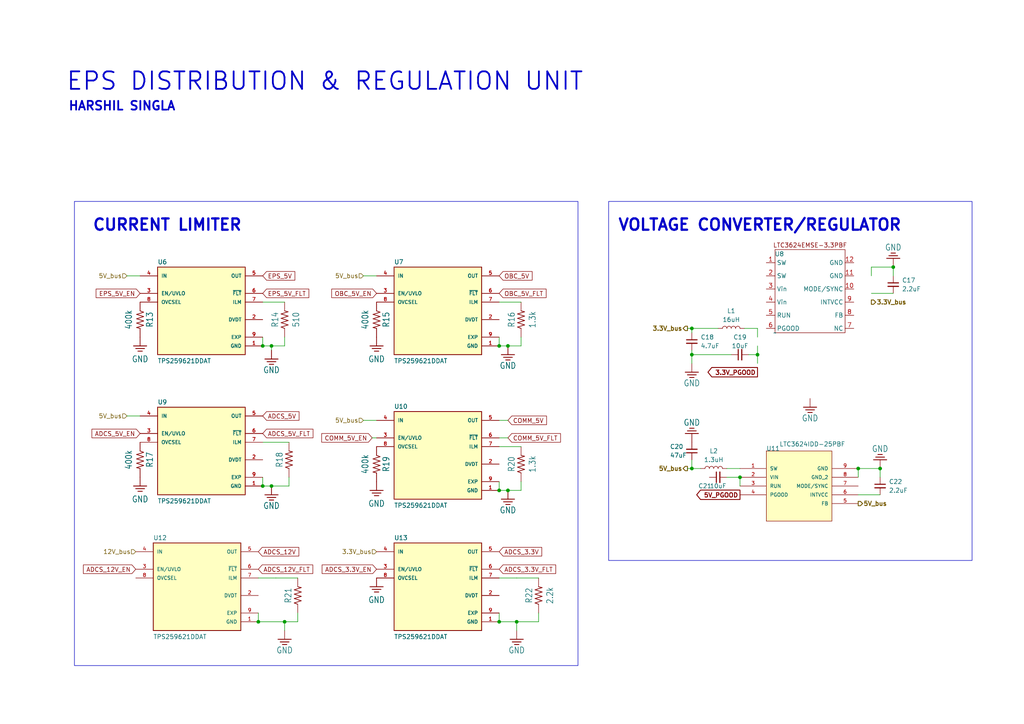
<source format=kicad_sch>
(kicad_sch (version 20230121) (generator eeschema)
  (paper "A4")
  (title_block (title "EPS Distribution and Regulation Unit") (date "2024-09-05") (company "IIT Bombay Student Satellite Program") (comment 1 "Author: Harshil Singla"))
  (lib_symbols
    (symbol "Device:C_Small" (pin_numbers hide) (pin_names (offset 0.254) hide)
      (property "Reference" "C" (at 0.254 1.778 0))
      (property "Value" "C_Small" (at 0.254 -2.032 0))
      (symbol "C_Small_0_1"
        (polyline (pts (xy -1.524 -0.508) (xy 1.524 -0.508)) (stroke (width 0.3302)))
        (polyline (pts (xy -1.524 0.508) (xy 1.524 0.508)) (stroke (width 0.3048)))
      )
      (symbol "C_Small_1_1"
        (pin passive line (at 0 2.54 270) (length 2.032) (name "~") (number "1"))
        (pin passive line (at 0 -2.54 90) (length 2.032) (name "~") (number "2"))
      )
    )
    (symbol "Device:L" (pin_numbers hide) (pin_names (offset 1.016) hide)
      (property "Reference" "L" (at -1.27 0 90))
      (property "Value" "L" (at 1.905 0 90))
      (symbol "L_0_1"
        (arc (start 0 -2.54) (mid 0.6323 -1.905) (end 0 -1.27))
        (arc (start 0 -1.27) (mid 0.6323 -0.635) (end 0 0))
        (arc (start 0 0) (mid 0.6323 0.635) (end 0 1.27))
        (arc (start 0 1.27) (mid 0.6323 1.905) (end 0 2.54))
      )
      (symbol "L_1_1"
        (pin passive line (at 0 3.81 270) (length 1.27) (name "1") (number "1"))
        (pin passive line (at 0 -3.81 90) (length 1.27) (name "2") (number "2"))
      )
    )
    (symbol "EPS_Schematic_v2-eagle-import:GND-EARTH" (power)
      (property "Value" "GND-EARTH" (at 0 -3.175 0))
      (symbol "GND-EARTH_1_0"
        (polyline (pts (xy -1.905 0) (xy 1.905 0)) (stroke (width 0.254)))
        (polyline (pts (xy -1.27 -0.762) (xy 1.27 -0.762)) (stroke (width 0.254)))
        (polyline (pts (xy -0.635 -1.524) (xy 0.635 -1.524)) (stroke (width 0.254)))
        (pin power_in line (at 0 2.54 270) (length 2.54) (name "GND") (number "1"))
      )
    )
    (symbol "EPS_Schematic_v2-eagle-import:R-USCHIP-0805(2012-METRIC)"
      (property "Reference" "R" (at 0 2.7686 0))
      (symbol "R-USCHIP-0805(2012-METRIC)_1_0"
        (polyline (pts (xy -2.54 0) (xy -2.159 1.016)) (stroke (width 0.2032)))
        (polyline (pts (xy -2.159 1.016) (xy -1.524 -1.016)) (stroke (width 0.2032)))
        (polyline (pts (xy -1.524 -1.016) (xy -0.889 1.016)) (stroke (width 0.2032)))
        (polyline (pts (xy -0.889 1.016) (xy -0.254 -1.016)) (stroke (width 0.2032)))
        (polyline (pts (xy -0.254 -1.016) (xy 0.381 1.016)) (stroke (width 0.2032)))
        (polyline (pts (xy 0.381 1.016) (xy 1.016 -1.016)) (stroke (width 0.2032)))
        (polyline (pts (xy 1.016 -1.016) (xy 1.651 1.016)) (stroke (width 0.2032)))
        (polyline (pts (xy 1.651 1.016) (xy 2.286 -1.016)) (stroke (width 0.2032)))
        (polyline (pts (xy 2.286 -1.016) (xy 2.54 0)) (stroke (width 0.2032)))
        (pin passive line (at -5.08 0 0) (length 2.54) (name "1") (number "1"))
        (pin passive line (at 5.08 0 180) (length 2.54) (name "2") (number "2"))
      )
    )
    (symbol "LTC3624IDD-25PBF:LTC3624IDD-25PBF" (pin_names (offset 1.016))
      (property "Reference" "U" (at 13.97 21.59 0))
      (property "Value" "LTC3624IDD-25PBF" (at 17.78 22.86 0))
      (symbol "LTC3624IDD-25PBF_0_0"
        (rectangle (start 13.97 21.59) (end 33.02 1.27) (stroke (width 0.1524)) (fill (type background)))
        (pin passive line (at 6.35 16.51 0) (length 7.62) (name "SW") (number "1"))
        (pin input line (at 6.35 13.97 0) (length 7.62) (name "VIN") (number "2"))
        (pin input line (at 6.35 11.43 0) (length 7.62) (name "RUN") (number "3"))
        (pin passive line (at 6.35 8.89 0) (length 7.62) (name "PGOOD") (number "4"))
        (pin input line (at 40.64 6.35 180) (length 7.62) (name "FB") (number "5"))
        (pin passive line (at 40.64 8.89 180) (length 7.62) (name "INTVCC") (number "6"))
        (pin passive line (at 40.64 11.43 180) (length 7.62) (name "MODE/SYNC") (number "7"))
        (pin power_in line (at 40.64 13.97 180) (length 7.62) (name "GND_2") (number "8"))
        (pin power_in line (at 40.64 16.51 180) (length 7.62) (name "GND") (number "9"))
      )
    )
    (symbol "LTC3624_3.3:LTC3624EMSE_3.3PBF"
      (property "Reference" "U" (at 1.27 22.86 0))
      (symbol "LTC3624EMSE_3.3PBF_0_1"
        (polyline (pts (xy 0 20.32) (xy 0 0)))
        (polyline (pts (xy 0 20.32) (xy 0 24.13) (xy 20.32 24.13) (xy 20.32 0) (xy 0 0)))
      )
      (symbol "LTC3624EMSE_3.3PBF_1_1"
        (text "LTC3624EMSE-3.3PBF\n" (at 10.16 25.4 0) (effects (font (size 1.27 1.27))))
        (pin input line (at -2.54 20.32 0) (length 2.54) (name "SW") (number "1"))
        (pin input line (at 22.86 12.7 180) (length 2.54) (name "MODE/SYNC") (number "10"))
        (pin input line (at 22.86 16.51 180) (length 2.54) (name "GND") (number "11"))
        (pin input line (at 22.86 20.32 180) (length 2.54) (name "GND") (number "12"))
        (pin input line (at -2.54 16.51 0) (length 2.54) (name "SW") (number "2"))
        (pin input line (at -2.54 12.7 0) (length 2.54) (name "Vin") (number "3"))
        (pin input line (at -2.54 8.89 0) (length 2.54) (name "Vin") (number "4"))
        (pin input line (at -2.54 5.08 0) (length 2.54) (name "RUN") (number "5"))
        (pin input line (at -2.54 1.27 0) (length 2.54) (name "PGOOD") (number "6"))
        (pin input line (at 22.86 1.27 180) (length 2.54) (name "NC") (number "7"))
        (pin input line (at 22.86 5.08 180) (length 2.54) (name "FB") (number "8"))
        (pin input line (at 22.86 8.89 180) (length 2.54) (name "INTVCC") (number "9"))
      )
    )
    (symbol "TPS259621DDAT:TPS259621DDAT" (pin_names (offset 1.016))
      (property "Reference" "U" (at -12.7 13.462 0))
      (property "Value" "TPS259621DDAT" (at -12.7 -15.24 0))
      (symbol "TPS259621DDAT_0_0"
        (rectangle (start -12.7 12.7) (end 12.7 -12.7) (stroke (width 0.254)) (fill (type background)))
        (pin power_in line (at 17.78 -10.16 180) (length 5.08) (name "GND") (number "1"))
        (pin output line (at 17.78 -2.54 180) (length 5.08) (name "DVDT") (number "2"))
        (pin input line (at -17.78 5.08 0) (length 5.08) (name "EN/UVLO") (number "3"))
        (pin input line (at -17.78 10.16 0) (length 5.08) (name "IN") (number "4"))
        (pin output line (at 17.78 10.16 180) (length 5.08) (name "OUT") (number "5"))
        (pin output line (at 17.78 5.08 180) (length 5.08) (name "~{FLT}") (number "6"))
        (pin output line (at 17.78 2.54 180) (length 5.08) (name "ILM") (number "7"))
        (pin input line (at -17.78 2.54 0) (length 5.08) (name "OVCSEL") (number "8"))
        (pin power_in line (at 17.78 -7.62 180) (length 5.08) (name "EXP") (number "9"))
      )
    )
  )
  (junction (at 74.93 180.34))
  (junction (at 144.78 100.33))
  (junction (at 147.32 142.24))
  (junction (at 144.78 180.34))
  (junction (at 76.2 100.33))
  (junction (at 248.92 135.89))
  (junction (at 255.27 135.89))
  (junction (at 219.71 102.87))
  (junction (at 147.32 100.33))
  (junction (at 200.66 135.89))
  (junction (at 78.74 140.97))
  (junction (at 259.08 77.47))
  (junction (at 76.2 140.97))
  (junction (at 82.55 180.34))
  (junction (at 200.66 95.25))
  (junction (at 144.78 142.24))
  (junction (at 200.66 102.87))
  (junction (at 149.86 180.34))
  (junction (at 78.74 100.33))
  (junction (at 214.63 138.43))
  (wire (pts (xy 147.32 127) (xy 144.78 127)))
  (wire (pts (xy 219.71 95.25) (xy 219.71 97.79)))
  (wire (pts (xy 82.55 100.33) (xy 78.74 100.33)))
  (wire (pts (xy 86.36 177.8) (xy 86.36 180.34)))
  (wire (pts (xy 74.93 167.64) (xy 80.01 167.64)) (stroke (width 0.1524)))
  (wire (pts (xy 200.66 101.6) (xy 200.66 102.87)))
  (wire (pts (xy 144.78 97.79) (xy 144.78 100.33)))
  (wire (pts (xy 76.2 138.43) (xy 76.2 140.97)))
  (wire (pts (xy 76.2 140.97) (xy 78.74 140.97)) (stroke (width 0.1524)))
  (wire (pts (xy 105.41 80.01) (xy 109.22 80.01)))
  (wire (pts (xy 200.66 133.35) (xy 200.66 135.89)))
  (wire (pts (xy 210.82 138.43) (xy 214.63 138.43)))
  (wire (pts (xy 252.73 77.47) (xy 252.73 80.01)))
  (wire (pts (xy 149.86 180.34) (xy 149.86 182.88)) (stroke (width 0.1524)))
  (wire (pts (xy 147.32 121.92) (xy 144.78 121.92)))
  (wire (pts (xy 36.83 80.01) (xy 40.64 80.01)))
  (wire (pts (xy 144.78 139.7) (xy 144.78 142.24)))
  (wire (pts (xy 78.74 100.33) (xy 78.74 101.6)) (stroke (width 0.1524)))
  (wire (pts (xy 144.78 167.64) (xy 149.86 167.64)) (stroke (width 0.1524)))
  (wire (pts (xy 200.66 102.87) (xy 212.09 102.87)))
  (wire (pts (xy 248.92 143.51) (xy 255.27 143.51)))
  (wire (pts (xy 217.17 102.87) (xy 219.71 102.87)))
  (wire (pts (xy 259.08 77.47) (xy 252.73 77.47)))
  (wire (pts (xy 255.27 135.89) (xy 248.92 135.89)))
  (wire (pts (xy 82.55 97.79) (xy 82.55 100.33)))
  (wire (pts (xy 144.78 177.8) (xy 144.78 180.34)))
  (wire (pts (xy 144.78 100.33) (xy 147.32 100.33)) (stroke (width 0.1524)))
  (wire (pts (xy 36.83 120.65) (xy 40.64 120.65)))
  (wire (pts (xy 200.66 135.89) (xy 203.2 135.89)))
  (wire (pts (xy 76.2 100.33) (xy 78.74 100.33)) (stroke (width 0.1524)))
  (wire (pts (xy 215.9 95.25) (xy 219.71 95.25)))
  (wire (pts (xy 151.13 142.24) (xy 147.32 142.24)))
  (wire (pts (xy 86.36 180.34) (xy 82.55 180.34)))
  (wire (pts (xy 74.93 180.34) (xy 82.55 180.34)) (stroke (width 0.1524)))
  (wire (pts (xy 156.21 177.8) (xy 156.21 180.34)))
  (wire (pts (xy 77.47 128.27) (xy 83.82 128.27)))
  (wire (pts (xy 210.82 135.89) (xy 214.63 135.89)))
  (wire (pts (xy 144.78 87.63) (xy 151.13 87.63)))
  (wire (pts (xy 151.13 100.33) (xy 147.32 100.33)))
  (wire (pts (xy 82.55 180.34) (xy 82.55 182.88)) (stroke (width 0.1524)))
  (wire (pts (xy 199.39 95.25) (xy 200.66 95.25)))
  (wire (pts (xy 200.66 102.87) (xy 200.66 105.41)))
  (wire (pts (xy 107.95 127) (xy 109.22 127)))
  (wire (pts (xy 144.78 142.24) (xy 147.32 142.24)) (stroke (width 0.1524)))
  (wire (pts (xy 151.13 97.79) (xy 151.13 100.33)))
  (wire (pts (xy 144.78 180.34) (xy 149.86 180.34)) (stroke (width 0.1524)))
  (wire (pts (xy 74.93 177.8) (xy 74.93 180.34)))
  (wire (pts (xy 151.13 139.7) (xy 151.13 142.24)))
  (wire (pts (xy 149.86 180.34) (xy 156.21 180.34)))
  (wire (pts (xy 200.66 95.25) (xy 200.66 96.52)))
  (wire (pts (xy 83.82 138.43) (xy 83.82 140.97)))
  (wire (pts (xy 252.73 85.09) (xy 259.08 85.09)))
  (wire (pts (xy 219.71 100.33) (xy 219.71 102.87)))
  (wire (pts (xy 219.71 102.87) (xy 219.71 105.41)))
  (wire (pts (xy 76.2 87.63) (xy 82.55 87.63)))
  (wire (pts (xy 199.39 135.89) (xy 200.66 135.89)))
  (wire (pts (xy 214.63 138.43) (xy 214.63 140.97)))
  (wire (pts (xy 259.08 77.47) (xy 259.08 80.01)))
  (wire (pts (xy 200.66 95.25) (xy 208.28 95.25)))
  (wire (pts (xy 76.2 97.79) (xy 76.2 100.33)))
  (wire (pts (xy 144.78 129.54) (xy 151.13 129.54)))
  (wire (pts (xy 149.86 167.64) (xy 156.21 167.64)))
  (wire (pts (xy 105.41 121.92) (xy 109.22 121.92)))
  (wire (pts (xy 76.2 128.27) (xy 77.47 128.27)) (stroke (width 0.1524)))
  (wire (pts (xy 248.92 135.89) (xy 248.92 138.43)))
  (wire (pts (xy 80.01 167.64) (xy 86.36 167.64)))
  (wire (pts (xy 78.74 140.97) (xy 83.82 140.97)))
  (wire (pts (xy 255.27 135.89) (xy 255.27 138.43)))
  (rectangle (start 176.53 58.42) (end 281.94 162.56))
  (rectangle (start 21.59 58.42) (end 167.64 193.04))
  (text "VOLTAGE CONVERTER/REGULATOR" (at 179.07 67.31 0) (effects (font (size 3.27 3.27) (thickness 0.654) bold) (justify left bottom)))
  (text "EPS DISTRIBUTION & REGULATION UNIT" (at 19.05 26.67 0) (effects (font (size 5.08 5.08) (thickness 0.508) bold) (justify left bottom)))
  (text "CURRENT LIMITER" (at 26.67 67.31 0) (effects (font (size 3.27 3.27) (thickness 0.654) bold) (justify left bottom)))
  (text "HARSHIL SINGLA" (at 19.685 32.385 0) (effects (font (size 2.54 2.54) bold) (justify left bottom)))
  (global_label "COMM_5V_EN" (shape input) (at 107.95 127 180) (property "Intersheetrefs" "${INTERSHEET_REFS}" (effects hide)))
  (global_label "ADCS_3.3V" (shape input) (at 144.78 160.02 0) (property "Intersheetrefs" "${INTERSHEET_REFS}" (effects hide)))
  (global_label "OBC_5V_EN" (shape input) (at 109.22 85.09 180) (property "Intersheetrefs" "${INTERSHEET_REFS}" (effects hide)))
  (global_label "OBC_5V" (shape input) (at 144.78 80.01 0) (property "Intersheetrefs" "${INTERSHEET_REFS}" (effects hide)))
  (global_label "ADCS_3.3V_EN" (shape input) (at 109.22 165.1 180) (property "Intersheetrefs" "${INTERSHEET_REFS}" (effects hide)))
  (global_label "ADCS_5V_EN" (shape input) (at 40.64 125.73 180) (property "Intersheetrefs" "${INTERSHEET_REFS}" (effects hide)))
  (global_label "5V_PGOOD" (shape output) (at 214.63 143.51 180) (effects (font bold)) (property "Intersheetrefs" "${INTERSHEET_REFS}" (effects hide)))
  (global_label "EPS_5V_FLT" (shape input) (at 76.2 85.09 0) (property "Intersheetrefs" "${INTERSHEET_REFS}" (effects hide)))
  (global_label "ADCS_12V_FLT" (shape input) (at 74.93 165.1 0) (property "Intersheetrefs" "${INTERSHEET_REFS}" (effects hide)))
  (global_label "ADCS_5V_FLT" (shape input) (at 76.2 125.73 0) (property "Intersheetrefs" "${INTERSHEET_REFS}" (effects hide)))
  (global_label "3.3V_PGOOD" (shape output) (at 219.71 107.95 180) (effects (font bold)) (property "Intersheetrefs" "${INTERSHEET_REFS}" (effects hide)))
  (global_label "ADCS_12V_EN" (shape input) (at 39.37 165.1 180) (property "Intersheetrefs" "${INTERSHEET_REFS}" (effects hide)))
  (global_label "ADCS_3.3V_FLT" (shape input) (at 144.78 165.1 0) (property "Intersheetrefs" "${INTERSHEET_REFS}" (effects hide)))
  (global_label "OBC_5V_FLT" (shape input) (at 144.78 85.09 0) (property "Intersheetrefs" "${INTERSHEET_REFS}" (effects hide)))
  (global_label "EPS_5V" (shape input) (at 76.2 80.01 0) (property "Intersheetrefs" "${INTERSHEET_REFS}" (effects hide)))
  (global_label "ADCS_12V" (shape input) (at 74.93 160.02 0) (property "Intersheetrefs" "${INTERSHEET_REFS}" (effects hide)))
  (global_label "ADCS_5V" (shape input) (at 76.2 120.65 0) (property "Intersheetrefs" "${INTERSHEET_REFS}" (effects hide)))
  (global_label "COMM_5V" (shape input) (at 147.32 121.92 0) (property "Intersheetrefs" "${INTERSHEET_REFS}" (effects hide)))
  (global_label "EPS_5V_EN" (shape input) (at 40.64 85.09 180) (property "Intersheetrefs" "${INTERSHEET_REFS}" (effects hide)))
  (global_label "COMM_5V_FLT" (shape input) (at 147.32 127 0) (property "Intersheetrefs" "${INTERSHEET_REFS}" (effects hide)))
  (hierarchical_label "5V_bus" (shape output) (at 248.92 146.05 0) (effects (font bold)))
  (hierarchical_label "5V_bus" (shape output) (at 199.39 135.89 180) (effects (font bold)))
  (hierarchical_label "3.3V_bus" (shape input) (at 109.22 160.02 180))
  (hierarchical_label "12V_bus" (shape input) (at 39.37 160.02 180))
  (hierarchical_label "5V_bus" (shape input) (at 36.83 120.65 180))
  (hierarchical_label "5V_bus" (shape input) (at 105.41 80.01 180))
  (hierarchical_label "5V_bus" (shape input) (at 36.83 80.01 180))
  (hierarchical_label "5V_bus" (shape input) (at 105.41 121.92 180))
  (hierarchical_label "3.3V_bus" (shape output) (at 199.39 95.25 180) (effects (font bold)))
  (hierarchical_label "3.3V_bus" (shape output) (at 252.73 87.63 0) (effects (font bold)))
  (symbol (lib_id "EPS_Schematic_v2-eagle-import:GND-EARTH") (at 200.66 125.73 180) (unit 1)
    (property "Reference" "#SUPPLY08" (effects hide))
    (property "Value" "GND" (at 200.66 122.555 0) (effects (font (size 1.778 1.5113))))
  )
  (symbol (lib_id "TPS259621DDAT:TPS259621DDAT") (at 127 90.17 0) (unit 1)
    (property "Reference" "U7" (at 114.3 76.708 0) (effects (justify left bottom)))
    (property "Value" "TPS259621DDAT" (at 114.3 105.41 0) (effects (justify left bottom)))
    (property "Footprint" "EPS_Schematic_v2:IC_TPS259621DDAT" (effects hide))
  )
  (symbol (lib_id "EPS_Schematic_v2-eagle-import:GND-EARTH") (at 147.32 144.78 0) (unit 1)
    (property "Reference" "#SUPPLY013" (effects hide))
    (property "Value" "GND" (at 147.32 147.955 0) (effects (font (size 1.778 1.5113))))
  )
  (symbol (lib_id "LTC3624IDD-25PBF:LTC3624IDD-25PBF") (at 208.28 152.4 0) (unit 1)
    (property "Reference" "U11" (at 222.25 130.81 0) (effects (justify left bottom)))
    (property "Value" "LTC3624IDD-25PBF" (at 226.06 129.54 0) (effects (justify left bottom)))
  )
  (symbol (lib_id "EPS_Schematic_v2-eagle-import:GND-EARTH") (at 200.66 107.95 0) (unit 1)
    (property "Reference" "#SUPPLY06" (effects hide))
    (property "Value" "GND" (at 200.66 111.125 0) (effects (font (size 1.778 1.5113))))
  )
  (symbol (lib_id "Device:C_Small") (at 200.66 99.06 0) (unit 1)
    (property "Reference" "C18" (at 203.2 97.7963 0) (effects (justify left)))
    (property "Value" "4.7uF" (at 203.2 100.3363 0) (effects (justify left)))
    (property "Footprint" "Capacitor_SMD:C_0805_2012Metric_Pad1.18x1.45mm_HandSolder" (effects hide))
  )
  (symbol (lib_id "EPS_Schematic_v2-eagle-import:GND-EARTH") (at 78.74 104.14 0) (unit 1)
    (property "Reference" "#SUPPLY05" (effects hide))
    (property "Value" "GND" (at 78.74 107.315 0) (effects (font (size 1.778 1.5113))))
  )
  (symbol (lib_id "EPS_Schematic_v2-eagle-import:R-USCHIP-0805(2012-METRIC)") (at 83.82 133.35 90) (unit 1)
    (property "Reference" "R18" (at 81.0514 133.35 0) (effects (font (size 1.778 1.5113))))
    (property "Value" "R-USCHIP-0805(2012-METRIC)" (effects hide))
    (property "Footprint" "Resistor_SMD:R_0603_1608Metric_Pad0.98x0.95mm_HandSolder" (effects hide))
  )
  (symbol (lib_id "EPS_Schematic_v2-eagle-import:GND-EARTH") (at 40.64 140.97 0) (unit 1)
    (property "Reference" "#SUPPLY010" (effects hide))
    (property "Value" "GND" (at 40.64 144.78 0) (effects (font (size 1.778 1.5113))))
  )
  (symbol (lib_id "Device:L") (at 207.01 135.89 90) (unit 1)
    (property "Reference" "L2" (at 207.01 130.81 90))
    (property "Value" "1.3uH" (at 207.01 133.35 90))
    (property "Footprint" "Inductor_SMD:L_0805_2012Metric_Pad1.15x1.40mm_HandSolder" (effects hide))
  )
  (symbol (lib_id "EPS_Schematic_v2-eagle-import:R-USCHIP-0805(2012-METRIC)") (at 109.22 134.62 270) (unit 1)
    (property "Reference" "R19" (at 111.9886 134.62 0) (effects (font (size 1.778 1.5113))))
    (property "Value" "400k" (at 105.918 134.62 0) (effects (font (size 1.778 1.5113))))
    (property "Footprint" "Resistor_SMD:R_0603_1608Metric_Pad0.98x0.95mm_HandSolder" (effects hide))
  )
  (symbol (lib_id "TPS259621DDAT:TPS259621DDAT") (at 58.42 130.81 0) (unit 1)
    (property "Reference" "U9" (at 45.72 117.348 0) (effects (justify left bottom)))
    (property "Value" "TPS259621DDAT" (at 45.72 146.05 0) (effects (justify left bottom)))
    (property "Footprint" "EPS_Schematic_v2:IC_TPS259621DDAT" (effects hide))
  )
  (symbol (lib_id "EPS_Schematic_v2-eagle-import:R-USCHIP-0805(2012-METRIC)") (at 151.13 92.71 90) (unit 1)
    (property "Reference" "R16" (at 148.3614 92.71 0) (effects (font (size 1.778 1.5113))))
    (property "Value" "1.3k" (at 154.432 92.71 0) (effects (font (size 1.778 1.5113))))
    (property "Footprint" "Resistor_SMD:R_0603_1608Metric_Pad0.98x0.95mm_HandSolder" (effects hide))
  )
  (symbol (lib_id "EPS_Schematic_v2-eagle-import:GND-EARTH") (at 109.22 170.18 0) (unit 1)
    (property "Reference" "#SUPPLY014" (effects hide))
    (property "Value" "GND" (at 109.22 173.99 0) (effects (font (size 1.778 1.5113))))
  )
  (symbol (lib_id "EPS_Schematic_v2-eagle-import:GND-EARTH") (at 78.74 143.51 0) (unit 1)
    (property "Reference" "#SUPPLY012" (effects hide))
    (property "Value" "GND" (at 78.74 146.685 0) (effects (font (size 1.778 1.5113))))
  )
  (symbol (lib_id "EPS_Schematic_v2-eagle-import:R-USCHIP-0805(2012-METRIC)") (at 40.64 133.35 270) (unit 1)
    (property "Reference" "R17" (at 43.4086 133.35 0) (effects (font (size 1.778 1.5113))))
    (property "Value" "400k" (at 37.338 133.35 0) (effects (font (size 1.778 1.5113))))
    (property "Footprint" "Resistor_SMD:R_0603_1608Metric_Pad0.98x0.95mm_HandSolder" (effects hide))
  )
  (symbol (lib_id "Device:L") (at 212.09 95.25 90) (unit 1)
    (property "Reference" "L1" (at 212.09 90.17 90))
    (property "Value" "16uH" (at 212.09 92.71 90))
    (property "Footprint" "Inductor_SMD:L_0805_2012Metric_Pad1.15x1.40mm_HandSolder" (effects hide))
  )
  (symbol (lib_id "EPS_Schematic_v2-eagle-import:GND-EARTH") (at 82.55 185.42 0) (unit 1)
    (property "Reference" "#SUPPLY015" (effects hide))
    (property "Value" "GND" (at 82.55 188.595 0) (effects (font (size 1.778 1.5113))))
  )
  (symbol (lib_id "EPS_Schematic_v2-eagle-import:GND-EARTH") (at 109.22 100.33 0) (unit 1)
    (property "Reference" "#SUPPLY03" (effects hide))
    (property "Value" "GND" (at 109.22 104.14 0) (effects (font (size 1.778 1.5113))))
  )
  (symbol (lib_id "Device:C_Small") (at 255.27 140.97 0) (unit 1)
    (property "Reference" "C22" (at 257.81 139.7063 0) (effects (justify left)))
    (property "Value" "2.2uF" (at 257.81 142.2463 0) (effects (justify left)))
    (property "Footprint" "Capacitor_SMD:C_0805_2012Metric_Pad1.18x1.45mm_HandSolder" (effects hide))
  )
  (symbol (lib_id "TPS259621DDAT:TPS259621DDAT") (at 57.15 170.18 0) (unit 1)
    (property "Reference" "U12" (at 44.45 156.718 0) (effects (justify left bottom)))
    (property "Value" "TPS259621DDAT" (at 44.45 185.42 0) (effects (justify left bottom)))
    (property "Footprint" "EPS_Schematic_v2:IC_TPS259621DDAT" (effects hide))
  )
  (symbol (lib_id "TPS259621DDAT:TPS259621DDAT") (at 127 170.18 0) (unit 1)
    (property "Reference" "U13" (at 114.3 156.718 0) (effects (justify left bottom)))
    (property "Value" "TPS259621DDAT" (at 114.3 185.42 0) (effects (justify left bottom)))
    (property "Footprint" "EPS_Schematic_v2:IC_TPS259621DDAT" (effects hide))
  )
  (symbol (lib_id "EPS_Schematic_v2-eagle-import:GND-EARTH") (at 149.86 185.42 0) (unit 1)
    (property "Reference" "#SUPPLY016" (effects hide))
    (property "Value" "GND" (at 149.86 188.595 0) (effects (font (size 1.778 1.5113))))
  )
  (symbol (lib_id "Device:C_Small") (at 259.08 82.55 0) (unit 1)
    (property "Reference" "C17" (at 261.62 81.2863 0) (effects (justify left)))
    (property "Value" "2.2uF" (at 261.62 83.8263 0) (effects (justify left)))
    (property "Footprint" "Capacitor_SMD:C_0805_2012Metric_Pad1.18x1.45mm_HandSolder" (effects hide))
  )
  (symbol (lib_id "Device:C_Small") (at 208.28 138.43 90) (unit 1)
    (property "Reference" "C21" (at 204.47 140.97 90))
    (property "Value" "10uF" (at 208.28 140.97 90))
    (property "Footprint" "Capacitor_SMD:C_0805_2012Metric_Pad1.18x1.45mm_HandSolder" (effects hide))
  )
  (symbol (lib_id "EPS_Schematic_v2-eagle-import:R-USCHIP-0805(2012-METRIC)") (at 86.36 172.72 90) (unit 1)
    (property "Reference" "R21" (at 83.5914 172.72 0) (effects (font (size 1.778 1.5113))))
    (property "Value" "R-USCHIP-0805(2012-METRIC)" (effects hide))
    (property "Footprint" "Resistor_SMD:R_0603_1608Metric_Pad0.98x0.95mm_HandSolder" (effects hide))
  )
  (symbol (lib_id "EPS_Schematic_v2-eagle-import:R-USCHIP-0805(2012-METRIC)") (at 109.22 92.71 270) (unit 1)
    (property "Reference" "R15" (at 111.9886 92.71 0) (effects (font (size 1.778 1.5113))))
    (property "Value" "400k" (at 105.918 92.71 0) (effects (font (size 1.778 1.5113))))
    (property "Footprint" "Resistor_SMD:R_0603_1608Metric_Pad0.98x0.95mm_HandSolder" (effects hide))
  )
  (symbol (lib_id "EPS_Schematic_v2-eagle-import:GND-EARTH") (at 255.27 133.35 180) (unit 1)
    (property "Reference" "#SUPPLY09" (effects hide))
    (property "Value" "GND" (at 255.27 130.175 0) (effects (font (size 1.778 1.5113))))
  )
  (symbol (lib_id "EPS_Schematic_v2-eagle-import:GND-EARTH") (at 40.64 100.33 0) (unit 1)
    (property "Reference" "#SUPPLY02" (effects hide))
    (property "Value" "GND" (at 40.64 104.14 0) (effects (font (size 1.778 1.5113))))
  )
  (symbol (lib_id "TPS259621DDAT:TPS259621DDAT") (at 58.42 90.17 0) (unit 1)
    (property "Reference" "U6" (at 45.72 76.708 0) (effects (justify left bottom)))
    (property "Value" "TPS259621DDAT" (at 45.72 105.41 0) (effects (justify left bottom)))
    (property "Footprint" "EPS_Schematic_v2:IC_TPS259621DDAT" (effects hide))
  )
  (symbol (lib_id "EPS_Schematic_v2-eagle-import:GND-EARTH") (at 147.32 102.87 0) (unit 1)
    (property "Reference" "#SUPPLY04" (effects hide))
    (property "Value" "GND" (at 147.32 106.045 0) (effects (font (size 1.778 1.5113))))
  )
  (symbol (lib_id "EPS_Schematic_v2-eagle-import:R-USCHIP-0805(2012-METRIC)") (at 40.64 92.71 270) (unit 1)
    (property "Reference" "R13" (at 43.4086 92.71 0) (effects (font (size 1.778 1.5113))))
    (property "Value" "400k" (at 37.338 92.71 0) (effects (font (size 1.778 1.5113))))
    (property "Footprint" "Resistor_SMD:R_0603_1608Metric_Pad0.98x0.95mm_HandSolder" (effects hide))
  )
  (symbol (lib_id "Device:C_Small") (at 214.63 102.87 90) (unit 1)
    (property "Reference" "C19" (at 214.63 97.79 90))
    (property "Value" "10uF" (at 214.63 100.33 90))
    (property "Footprint" "Capacitor_SMD:C_0805_2012Metric_Pad1.18x1.45mm_HandSolder" (effects hide))
  )
  (symbol (lib_id "EPS_Schematic_v2-eagle-import:GND-EARTH") (at 109.22 142.24 0) (unit 1)
    (property "Reference" "#SUPPLY011" (effects hide))
    (property "Value" "GND" (at 109.22 146.05 0) (effects (font (size 1.778 1.5113))))
  )
  (symbol (lib_id "EPS_Schematic_v2-eagle-import:GND-EARTH") (at 259.08 74.93 180) (unit 1)
    (property "Reference" "#SUPPLY01" (effects hide))
    (property "Value" "GND" (at 259.08 71.755 0) (effects (font (size 1.778 1.5113))))
  )
  (symbol (lib_id "Device:C_Small") (at 200.66 130.81 180) (unit 1)
    (property "Reference" "C20" (at 194.31 129.54 0) (effects (justify right)))
    (property "Value" "47uF" (at 194.31 132.08 0) (effects (justify right)))
    (property "Footprint" "Capacitor_SMD:C_0805_2012Metric_Pad1.18x1.45mm_HandSolder" (effects hide))
  )
  (symbol (lib_id "LTC3624_3.3:LTC3624EMSE_3.3PBF") (at 224.79 96.52 0) (unit 1)
    (property "Reference" "U8" (at 226.06 73.66 0))
    (property "Value" "~" (at 224.79 96.52 0))
    (property "Footprint" "EPS_Schematic_v2:SOP65P490X110-13N" (effects hide))
  )
  (symbol (lib_id "EPS_Schematic_v2-eagle-import:R-USCHIP-0805(2012-METRIC)") (at 151.13 134.62 90) (unit 1)
    (property "Reference" "R20" (at 148.3614 134.62 0) (effects (font (size 1.778 1.5113))))
    (property "Value" "1.3k" (at 154.432 134.62 0) (effects (font (size 1.778 1.5113))))
    (property "Footprint" "Resistor_SMD:R_0603_1608Metric_Pad0.98x0.95mm_HandSolder" (effects hide))
  )
  (symbol (lib_id "TPS259621DDAT:TPS259621DDAT") (at 127 132.08 0) (unit 1)
    (property "Reference" "U10" (at 114.3 118.618 0) (effects (justify left bottom)))
    (property "Value" "TPS259621DDAT" (at 114.3 147.32 0) (effects (justify left bottom)))
    (property "Footprint" "EPS_Schematic_v2:IC_TPS259621DDAT" (effects hide))
  )
  (symbol (lib_id "EPS_Schematic_v2-eagle-import:GND-EARTH") (at 234.95 118.11 0) (unit 1)
    (property "Reference" "#SUPPLY07" (effects hide))
    (property "Value" "GND" (at 234.95 121.285 0) (effects (font (size 1.778 1.5113))))
  )
  (symbol (lib_id "EPS_Schematic_v2-eagle-import:R-USCHIP-0805(2012-METRIC)") (at 156.21 172.72 90) (unit 1)
    (property "Reference" "R22" (at 153.4414 172.72 0) (effects (font (size 1.778 1.5113))))
    (property "Value" "2.2k" (at 159.512 172.72 0) (effects (font (size 1.778 1.5113))))
    (property "Footprint" "Resistor_SMD:R_0603_1608Metric_Pad0.98x0.95mm_HandSolder" (effects hide))
  )
  (symbol (lib_id "EPS_Schematic_v2-eagle-import:R-USCHIP-0805(2012-METRIC)") (at 82.55 92.71 90) (unit 1)
    (property "Reference" "R14" (at 79.7814 92.71 0) (effects (font (size 1.778 1.5113))))
    (property "Value" "510" (at 85.852 92.71 0) (effects (font (size 1.778 1.5113))))
    (property "Footprint" "Resistor_SMD:R_0603_1608Metric_Pad0.98x0.95mm_HandSolder" (effects hide))
  )
)
</source>
